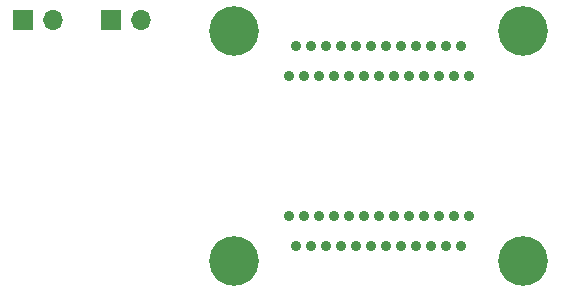
<source format=gbr>
%TF.GenerationSoftware,KiCad,Pcbnew,(6.0.5)*%
%TF.CreationDate,2022-07-15T13:09:05-06:00*%
%TF.ProjectId,25to25,3235746f-3235-42e6-9b69-6361645f7063,rev?*%
%TF.SameCoordinates,Original*%
%TF.FileFunction,Soldermask,Top*%
%TF.FilePolarity,Negative*%
%FSLAX46Y46*%
G04 Gerber Fmt 4.6, Leading zero omitted, Abs format (unit mm)*
G04 Created by KiCad (PCBNEW (6.0.5)) date 2022-07-15 13:09:05*
%MOMM*%
%LPD*%
G01*
G04 APERTURE LIST*
%ADD10R,1.700000X1.700000*%
%ADD11O,1.700000X1.700000*%
%ADD12C,4.200000*%
%ADD13C,0.910000*%
G04 APERTURE END LIST*
D10*
%TO.C,J2*%
X126700000Y-62800000D03*
D11*
X129240000Y-62800000D03*
%TD*%
D12*
%TO.C,J4*%
X137125000Y-83260000D03*
X161635000Y-83260000D03*
D13*
X157000000Y-79450000D03*
X155730000Y-79450000D03*
X154460000Y-79450000D03*
X153190000Y-79450000D03*
X151920000Y-79450000D03*
X150650000Y-79450000D03*
X149380000Y-79450000D03*
X148110000Y-79450000D03*
X146840000Y-79450000D03*
X145570000Y-79450000D03*
X144300000Y-79450000D03*
X143030000Y-79450000D03*
X141760000Y-79450000D03*
X156365000Y-81990000D03*
X155095000Y-81990000D03*
X153825000Y-81990000D03*
X152555000Y-81990000D03*
X151285000Y-81990000D03*
X150015000Y-81990000D03*
X148745000Y-81990000D03*
X147475000Y-81990000D03*
X146205000Y-81990000D03*
X144935000Y-81990000D03*
X143665000Y-81990000D03*
X142395000Y-81990000D03*
%TD*%
D12*
%TO.C,J3*%
X137125000Y-63790000D03*
X161635000Y-63790000D03*
D13*
X157000000Y-67600000D03*
X155730000Y-67600000D03*
X154460000Y-67600000D03*
X153190000Y-67600000D03*
X151920000Y-67600000D03*
X150650000Y-67600000D03*
X149380000Y-67600000D03*
X148110000Y-67600000D03*
X146840000Y-67600000D03*
X145570000Y-67600000D03*
X144300000Y-67600000D03*
X143030000Y-67600000D03*
X141760000Y-67600000D03*
X156365000Y-65060000D03*
X155095000Y-65060000D03*
X153825000Y-65060000D03*
X152555000Y-65060000D03*
X151285000Y-65060000D03*
X150015000Y-65060000D03*
X148745000Y-65060000D03*
X147475000Y-65060000D03*
X146205000Y-65060000D03*
X144935000Y-65060000D03*
X143665000Y-65060000D03*
X142395000Y-65060000D03*
%TD*%
D10*
%TO.C,J1*%
X119300000Y-62800000D03*
D11*
X121840000Y-62800000D03*
%TD*%
M02*

</source>
